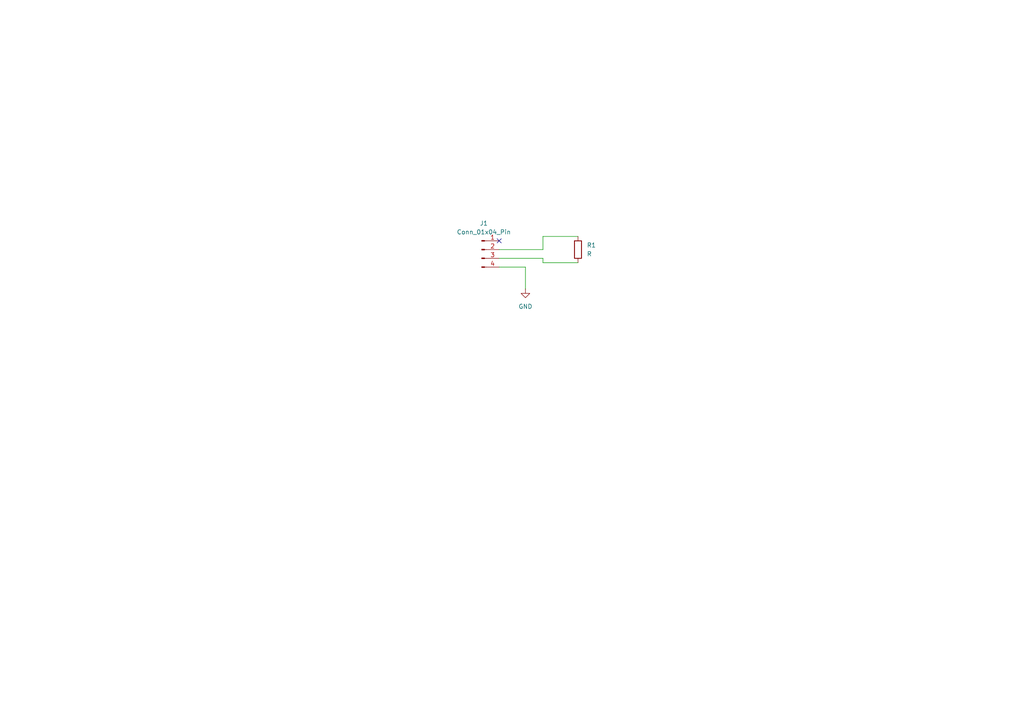
<source format=kicad_sch>
(kicad_sch (version 20231120) (generator "eeschema") (generator_version "8.0")
  (paper "A4")
  (title_block (title "Power supply and CAN BUS 4") (date "2024-09-26") (rev "0.1") (company "Mocke Tech., LLC.") (comment 1 "Kiyotaka ATSUMI"))
  (lib_symbols
    (symbol "Connector:Conn_01x04_Pin" (pin_names (offset 1.016) hide)
      (property "Reference" "J" (at 0 5.08 0))
      (property "Value" "Conn_01x04_Pin" (at 0 -7.62 0))
      (symbol "Conn_01x04_Pin_1_1"
        (polyline (pts (xy 1.27 -5.08) (xy 0.8636 -5.08)) (stroke (width 0.1524)))
        (polyline (pts (xy 1.27 -2.54) (xy 0.8636 -2.54)) (stroke (width 0.1524)))
        (polyline (pts (xy 1.27 0) (xy 0.8636 0)) (stroke (width 0.1524)))
        (polyline (pts (xy 1.27 2.54) (xy 0.8636 2.54)) (stroke (width 0.1524)))
        (rectangle (start 0.8636 -4.953) (end 0 -5.207) (stroke (width 0.1524)) (fill (type outline)))
        (rectangle (start 0.8636 -2.413) (end 0 -2.667) (stroke (width 0.1524)) (fill (type outline)))
        (rectangle (start 0.8636 0.127) (end 0 -0.127) (stroke (width 0.1524)) (fill (type outline)))
        (rectangle (start 0.8636 2.667) (end 0 2.413) (stroke (width 0.1524)) (fill (type outline)))
        (pin passive line (at 5.08 2.54 180) (length 3.81) (name "Pin_1") (number "1"))
        (pin passive line (at 5.08 0 180) (length 3.81) (name "Pin_2") (number "2"))
        (pin passive line (at 5.08 -2.54 180) (length 3.81) (name "Pin_3") (number "3"))
        (pin passive line (at 5.08 -5.08 180) (length 3.81) (name "Pin_4") (number "4"))
      )
    )
    (symbol "Device:R" (pin_numbers hide) (pin_names (offset 0))
      (property "Reference" "R" (at 2.032 0 90))
      (property "Value" "R" (at 0 0 90))
      (symbol "R_0_1"
        (rectangle (start -1.016 -2.54) (end 1.016 2.54) (stroke (width 0.254)))
      )
      (symbol "R_1_1"
        (pin passive line (at 0 3.81 270) (length 1.27) (name "~") (number "1"))
        (pin passive line (at 0 -3.81 90) (length 1.27) (name "~") (number "2"))
      )
    )
    (symbol "power:GND" (power) (pin_numbers hide) (pin_names (offset 0) hide)
      (property "Value" "GND" (at 0 -3.81 0))
      (symbol "GND_0_1"
        (polyline (pts (xy 0 0) (xy 0 -1.27) (xy 1.27 -1.27) (xy 0 -2.54) (xy -1.27 -1.27) (xy 0 -1.27)))
      )
      (symbol "GND_1_1"
        (pin power_in line (at 0 0 270) (length 0) (name "~") (number "1"))
      )
    )
  )
  (no_connect (at 144.78 69.85))
  (wire (pts (xy 157.48 68.58) (xy 157.48 72.39)))
  (wire (pts (xy 152.4 77.47) (xy 152.4 83.82)))
  (wire (pts (xy 157.48 74.93) (xy 157.48 76.2)))
  (wire (pts (xy 157.48 72.39) (xy 144.78 72.39)))
  (wire (pts (xy 144.78 74.93) (xy 157.48 74.93)))
  (wire (pts (xy 167.64 68.58) (xy 157.48 68.58)))
  (wire (pts (xy 144.78 77.47) (xy 152.4 77.47)))
  (wire (pts (xy 157.48 76.2) (xy 167.64 76.2)))
  (symbol (lib_id "power:GND") (at 152.4 83.82 0) (unit 1)
    (property "Reference" "#PWR01" (effects (hide yes)))
    (property "Value" "GND" (at 152.4 88.9 0))
    (property "Description" "Power symbol creates a global label with name \"GND\" , ground" (effects (hide yes)))
  )
  (symbol (lib_id "Device:R") (at 167.64 72.39 0) (unit 1)
    (property "Reference" "R1" (at 170.18 71.1199 0) (effects (justify left)))
    (property "Value" "R" (at 170.18 73.6599 0) (effects (justify left)))
    (property "Footprint" "Resistor_THT:R_Axial_DIN0207_L6.3mm_D2.5mm_P10.16mm_Horizontal" (effects (hide yes)))
    (property "Description" "Resistor" (effects (hide yes)))
  )
  (symbol (lib_id "Connector:Conn_01x04_Pin") (at 139.7 72.39 0) (unit 1)
    (property "Reference" "J1" (at 140.335 64.77 0))
    (property "Value" "Conn_01x04_Pin" (at 140.335 67.31 0))
    (property "Footprint" "Connector_PinHeader_2.54mm:PinHeader_1x04_P2.54mm_Horizontal" (effects (hide yes)))
    (property "Description" "Generic connector, single row, 01x04, script generated" (effects (hide yes)))
  )
)
</source>
